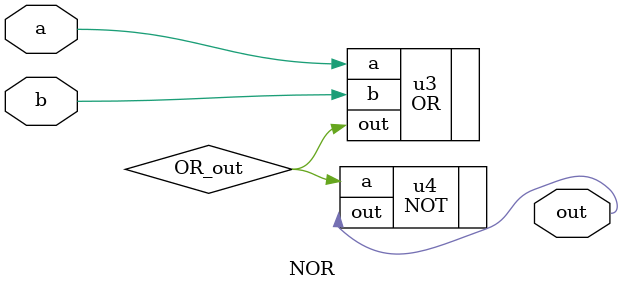
<source format=v>
`timescale 1ns / 1ps


module NOR(
    input a,
    input b,
    output out
    );

    wire OR_out;

    //Instantiate OR gate
    OR u3 (
        .a(a),
        .b(b),
        .out(OR_out)
    );

    //Instantiate NOT gate
    NOT u4 (
        .a(OR_out),
        .out(out)
    );
endmodule

</source>
